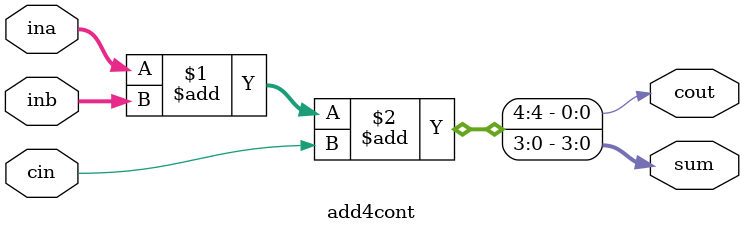
<source format=sv>
module add4cont (
    input logic [3:0] ina, inb,
    input logic cin,
    output logic cout,
    output logic [3:0] sum
);
assign {cout, sum} = ina + inb + cin;
endmodule
</source>
